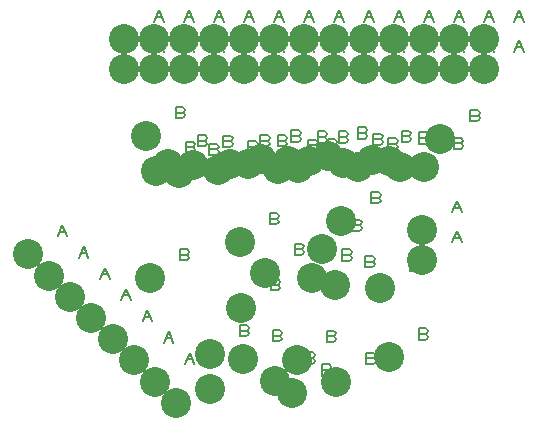
<source format=gbr>
%FSLAX25Y25*%
%MOIN*%
G04 EasyPC Gerber Version 18.0.8 Build 3632 *
%ADD10C,0.00500*%
%ADD72C,0.10000*%
X0Y0D02*
D02*
D10*
X40001Y66395D02*
X41564Y70145D01*
X43126Y66395*
X40626Y67957D02*
X42501D01*
X47072Y59324D02*
X48635Y63074D01*
X50198Y59324*
X47698Y60886D02*
X49572D01*
X54143Y52253D02*
X55706Y56003D01*
X57269Y52253*
X54769Y53815D02*
X56643D01*
X61215Y45181D02*
X62777Y48931D01*
X64340Y45181*
X61840Y46744D02*
X63715D01*
X68285Y38111D02*
X69848Y41861D01*
X71411Y38111*
X68911Y39673D02*
X70785D01*
X72150Y128046D02*
X73713Y131796D01*
X75275Y128046*
X72775Y129609D02*
X74650D01*
X72150Y138046D02*
X73713Y141796D01*
X75275Y138046*
X72775Y139609D02*
X74650D01*
X75357Y31039D02*
X76919Y34789D01*
X78482Y31039*
X75982Y32602D02*
X77857D01*
X81537Y107721D02*
X82163Y107409D01*
X82475Y106784*
X82163Y106159*
X81537Y105846*
X79350*
Y109596*
X81537*
X82163Y109284*
X82475Y108659*
X82163Y108034*
X81537Y107721*
X79350*
X82937Y60321D02*
X83563Y60009D01*
X83875Y59384*
X83563Y58759*
X82937Y58446*
X80750*
Y62196*
X82937*
X83563Y61884*
X83875Y61259*
X83563Y60634*
X82937Y60321*
X80750*
X82150Y128046D02*
X83713Y131796D01*
X85275Y128046*
X82775Y129609D02*
X84650D01*
X82150Y138046D02*
X83713Y141796D01*
X85275Y138046*
X82775Y139609D02*
X84650D01*
X82428Y23969D02*
X83990Y27719D01*
X85553Y23969*
X83053Y25531D02*
X84928D01*
X84937Y96121D02*
X85563Y95809D01*
X85875Y95184*
X85563Y94559*
X84937Y94246*
X82750*
Y97996*
X84937*
X85563Y97684*
X85875Y97059*
X85563Y96434*
X84937Y96121*
X82750*
X88937Y98321D02*
X89563Y98009D01*
X89875Y97384*
X89563Y96759*
X88937Y96446*
X86750*
Y100196*
X88937*
X89563Y99884*
X89875Y99259*
X89563Y98634*
X88937Y98321*
X86750*
X89499Y16897D02*
X91061Y20647D01*
X92624Y16897*
X90124Y18460D02*
X91999D01*
X92737Y95421D02*
X93363Y95109D01*
X93675Y94484*
X93363Y93859*
X92737Y93546*
X90550*
Y97296*
X92737*
X93363Y96984*
X93675Y96359*
X93363Y95734*
X92737Y95421*
X90550*
X92150Y128046D02*
X93713Y131796D01*
X95275Y128046*
X92775Y129609D02*
X94650D01*
X92150Y138046D02*
X93713Y141796D01*
X95275Y138046*
X92775Y139609D02*
X94650D01*
X97337Y98121D02*
X97963Y97809D01*
X98275Y97184*
X97963Y96559*
X97337Y96246*
X95150*
Y99996*
X97337*
X97963Y99684*
X98275Y99059*
X97963Y98434*
X97337Y98121*
X95150*
X102837Y35021D02*
X103463Y34709D01*
X103775Y34084*
X103463Y33459*
X102837Y33146*
X100650*
Y36896*
X102837*
X103463Y36584*
X103775Y35959*
X103463Y35334*
X102837Y35021*
X100650*
X103037Y23221D02*
X103663Y22909D01*
X103975Y22284*
X103663Y21659*
X103037Y21346*
X100850*
Y25096*
X103037*
X103663Y24784*
X103975Y24159*
X103663Y23534*
X103037Y23221*
X100850*
X102150Y128046D02*
X103713Y131796D01*
X105275Y128046*
X102775Y129609D02*
X104650D01*
X102150Y138046D02*
X103713Y141796D01*
X105275Y138046*
X102775Y139609D02*
X104650D01*
X105637Y96221D02*
X106263Y95909D01*
X106575Y95284*
X106263Y94659*
X105637Y94346*
X103450*
Y98096*
X105637*
X106263Y97784*
X106575Y97159*
X106263Y96534*
X105637Y96221*
X103450*
X109737Y98321D02*
X110363Y98009D01*
X110675Y97384*
X110363Y96759*
X109737Y96446*
X107550*
Y100196*
X109737*
X110363Y99884*
X110675Y99259*
X110363Y98634*
X109737Y98321*
X107550*
X112837Y72321D02*
X113463Y72009D01*
X113775Y71384*
X113463Y70759*
X112837Y70446*
X110650*
Y74196*
X112837*
X113463Y73884*
X113775Y73259*
X113463Y72634*
X112837Y72321*
X110650*
X113237Y50321D02*
X113863Y50009D01*
X114175Y49384*
X113863Y48759*
X113237Y48446*
X111050*
Y52196*
X113237*
X113863Y51884*
X114175Y51259*
X113863Y50634*
X113237Y50321*
X111050*
X113837Y33321D02*
X114463Y33009D01*
X114775Y32384*
X114463Y31759*
X113837Y31446*
X111650*
Y35196*
X113837*
X114463Y34884*
X114775Y34259*
X114463Y33634*
X113837Y33321*
X111650*
X112150Y128046D02*
X113713Y131796D01*
X115275Y128046*
X112775Y129609D02*
X114650D01*
X112150Y138046D02*
X113713Y141796D01*
X115275Y138046*
X112775Y139609D02*
X114650D01*
X115537Y98321D02*
X116163Y98009D01*
X116475Y97384*
X116163Y96759*
X115537Y96446*
X113350*
Y100196*
X115537*
X116163Y99884*
X116475Y99259*
X116163Y98634*
X115537Y98321*
X113350*
X120037Y99921D02*
X120663Y99609D01*
X120975Y98984*
X120663Y98359*
X120037Y98046*
X117850*
Y101796*
X120037*
X120663Y101484*
X120975Y100859*
X120663Y100234*
X120037Y99921*
X117850*
X121174Y62121D02*
X121799Y61809D01*
X122112Y61184*
X121799Y60559*
X121174Y60246*
X118987*
Y63996*
X121174*
X121799Y63684*
X122112Y63059*
X121799Y62434*
X121174Y62121*
X118987*
X122150Y128046D02*
X123713Y131796D01*
X125275Y128046*
X122775Y129609D02*
X124650D01*
X122150Y138046D02*
X123713Y141796D01*
X125275Y138046*
X122775Y139609D02*
X124650D01*
X124737Y25921D02*
X125363Y25609D01*
X125675Y24984*
X125363Y24359*
X124737Y24046*
X122550*
Y27796*
X124737*
X125363Y27484*
X125675Y26859*
X125363Y26234*
X124737Y25921*
X122550*
X125737Y96821D02*
X126363Y96509D01*
X126675Y95884*
X126363Y95259*
X125737Y94946*
X123550*
Y98696*
X125737*
X126363Y98384*
X126675Y97759*
X126363Y97134*
X125737Y96821*
X123550*
X128837Y99521D02*
X129463Y99209D01*
X129775Y98584*
X129463Y97959*
X128837Y97646*
X126650*
Y101396*
X128837*
X129463Y101084*
X129775Y100459*
X129463Y99834*
X128837Y99521*
X126650*
X130237Y21921D02*
X130863Y21609D01*
X131175Y20984*
X130863Y20359*
X130237Y20046*
X128050*
Y23796*
X130237*
X130863Y23484*
X131175Y22859*
X130863Y22234*
X130237Y21921*
X128050*
X131837Y33121D02*
X132463Y32809D01*
X132775Y32184*
X132463Y31559*
X131837Y31246*
X129650*
Y34996*
X131837*
X132463Y34684*
X132775Y34059*
X132463Y33434*
X131837Y33121*
X129650*
X132137Y97021D02*
X132763Y96709D01*
X133075Y96084*
X132763Y95459*
X132137Y95146*
X129950*
Y98896*
X132137*
X132763Y98584*
X133075Y97959*
X132763Y97334*
X132137Y97021*
X129950*
X132150Y128046D02*
X133713Y131796D01*
X135275Y128046*
X132775Y129609D02*
X134650D01*
X132150Y138046D02*
X133713Y141796D01*
X135275Y138046*
X132775Y139609D02*
X134650D01*
X135837Y99521D02*
X136463Y99209D01*
X136775Y98584*
X136463Y97959*
X135837Y97646*
X133650*
Y101396*
X135837*
X136463Y101084*
X136775Y100459*
X136463Y99834*
X135837Y99521*
X133650*
X137037Y60221D02*
X137663Y59909D01*
X137975Y59284*
X137663Y58659*
X137037Y58346*
X134850*
Y62096*
X137037*
X137663Y61784*
X137975Y61159*
X137663Y60534*
X137037Y60221*
X134850*
X140337Y70121D02*
X140963Y69809D01*
X141275Y69184*
X140963Y68559*
X140337Y68246*
X138150*
Y71996*
X140337*
X140963Y71684*
X141275Y71059*
X140963Y70434*
X140337Y70121*
X138150*
X142237Y100921D02*
X142863Y100609D01*
X143175Y99984*
X142863Y99359*
X142237Y99046*
X140050*
Y102796*
X142237*
X142863Y102484*
X143175Y101859*
X142863Y101234*
X142237Y100921*
X140050*
X142150Y128046D02*
X143713Y131796D01*
X145275Y128046*
X142775Y129609D02*
X144650D01*
X142150Y138046D02*
X143713Y141796D01*
X145275Y138046*
X142775Y139609D02*
X144650D01*
X144637Y58021D02*
X145263Y57709D01*
X145575Y57084*
X145263Y56459*
X144637Y56146*
X142450*
Y59896*
X144637*
X145263Y59584*
X145575Y58959*
X145263Y58334*
X144637Y58021*
X142450*
X145037Y25821D02*
X145663Y25509D01*
X145975Y24884*
X145663Y24259*
X145037Y23946*
X142850*
Y27696*
X145037*
X145663Y27384*
X145975Y26759*
X145663Y26134*
X145037Y25821*
X142850*
X146737Y79321D02*
X147363Y79009D01*
X147675Y78384*
X147363Y77759*
X146737Y77446*
X144550*
Y81196*
X146737*
X147363Y80884*
X147675Y80259*
X147363Y79634*
X146737Y79321*
X144550*
X147337Y98821D02*
X147963Y98509D01*
X148275Y97884*
X147963Y97259*
X147337Y96946*
X145150*
Y100696*
X147337*
X147963Y100384*
X148275Y99759*
X147963Y99134*
X147337Y98821*
X145150*
X152337Y97321D02*
X152963Y97009D01*
X153275Y96384*
X152963Y95759*
X152337Y95446*
X150150*
Y99196*
X152337*
X152963Y98884*
X153275Y98259*
X152963Y97634*
X152337Y97321*
X150150*
X152150Y128046D02*
X153713Y131796D01*
X155275Y128046*
X152775Y129609D02*
X154650D01*
X152150Y138046D02*
X153713Y141796D01*
X155275Y138046*
X152775Y139609D02*
X154650D01*
X156837Y99821D02*
X157463Y99509D01*
X157775Y98884*
X157463Y98259*
X156837Y97946*
X154650*
Y101696*
X156837*
X157463Y101384*
X157775Y100759*
X157463Y100134*
X156837Y99821*
X154650*
X159437Y56921D02*
X160063Y56609D01*
X160375Y55984*
X160063Y55359*
X159437Y55046*
X157250*
Y58796*
X159437*
X160063Y58484*
X160375Y57859*
X160063Y57234*
X159437Y56921*
X157250*
X162537Y33921D02*
X163163Y33609D01*
X163475Y32984*
X163163Y32359*
X162537Y32046*
X160350*
Y35796*
X162537*
X163163Y35484*
X163475Y34859*
X163163Y34234*
X162537Y33921*
X160350*
X162737Y99221D02*
X163363Y98909D01*
X163675Y98284*
X163363Y97659*
X162737Y97346*
X160550*
Y101096*
X162737*
X163363Y100784*
X163675Y100159*
X163363Y99534*
X162737Y99221*
X160550*
X162150Y128046D02*
X163713Y131796D01*
X165275Y128046*
X162775Y129609D02*
X164650D01*
X162150Y138046D02*
X163713Y141796D01*
X165275Y138046*
X162775Y139609D02*
X164650D01*
X166337Y97321D02*
X166963Y97009D01*
X167275Y96384*
X166963Y95759*
X166337Y95446*
X164150*
Y99196*
X166337*
X166963Y98884*
X167275Y98259*
X166963Y97634*
X166337Y97321*
X164150*
X171550Y64446D02*
X173113Y68196D01*
X174675Y64446*
X172175Y66009D02*
X174050D01*
X171550Y74446D02*
X173113Y78196D01*
X174675Y74446*
X172175Y76009D02*
X174050D01*
X174237Y97421D02*
X174863Y97109D01*
X175175Y96484*
X174863Y95859*
X174237Y95546*
X172050*
Y99296*
X174237*
X174863Y98984*
X175175Y98359*
X174863Y97734*
X174237Y97421*
X172050*
X172150Y128046D02*
X173713Y131796D01*
X175275Y128046*
X172775Y129609D02*
X174650D01*
X172150Y138046D02*
X173713Y141796D01*
X175275Y138046*
X172775Y139609D02*
X174650D01*
X179637Y106721D02*
X180263Y106409D01*
X180575Y105784*
X180263Y105159*
X179637Y104846*
X177450*
Y108596*
X179637*
X180263Y108284*
X180575Y107659*
X180263Y107034*
X179637Y106721*
X177450*
X182150Y128046D02*
X183713Y131796D01*
X185275Y128046*
X182775Y129609D02*
X184650D01*
X182150Y138046D02*
X183713Y141796D01*
X185275Y138046*
X182775Y139609D02*
X184650D01*
X192150Y128046D02*
X193713Y131796D01*
X195275Y128046*
X192775Y129609D02*
X194650D01*
X192150Y138046D02*
X193713Y141796D01*
X195275Y138046*
X192775Y139609D02*
X194650D01*
D02*
D72*
X30001Y60457D03*
X37072Y53386D03*
X44143Y46315D03*
X51215Y39244D03*
X58285Y32173D03*
X62150Y122109D03*
Y132109D03*
X65357Y25102D03*
X69350Y99909D03*
X70750Y52509D03*
X72150Y122109D03*
Y132109D03*
X72428Y18031D03*
X72750Y88309D03*
X76750Y90509D03*
X79499Y10960D03*
X80550Y87609D03*
X82150Y122109D03*
Y132109D03*
X85150Y90309D03*
X90650Y27209D03*
X90850Y15409D03*
X92150Y122109D03*
Y132109D03*
X93450Y88409D03*
X97550Y90509D03*
X100650Y64509D03*
X101050Y42509D03*
X101650Y25509D03*
X102150Y122109D03*
Y132109D03*
X103350Y90509D03*
X107850Y92109D03*
X108987Y54309D03*
X112150Y122109D03*
Y132109D03*
X112550Y18109D03*
X113550Y89009D03*
X116650Y91709D03*
X118050Y14109D03*
X119650Y25309D03*
X119950Y89209D03*
X122150Y122109D03*
Y132109D03*
X123650Y91709D03*
X124850Y52409D03*
X128150Y62309D03*
X130050Y93109D03*
X132150Y122109D03*
Y132109D03*
X132450Y50209D03*
X132850Y18009D03*
X134550Y71509D03*
X135150Y91009D03*
X140150Y89509D03*
X142150Y122109D03*
Y132109D03*
X144650Y92009D03*
X147250Y49109D03*
X150350Y26109D03*
X150550Y91409D03*
X152150Y122109D03*
Y132109D03*
X154150Y89509D03*
X161550Y58509D03*
Y68509D03*
X162050Y89609D03*
X162150Y122109D03*
Y132109D03*
X167450Y98909D03*
X172150Y122109D03*
Y132109D03*
X182150Y122109D03*
Y132109D03*
X0Y0D02*
M02*

</source>
